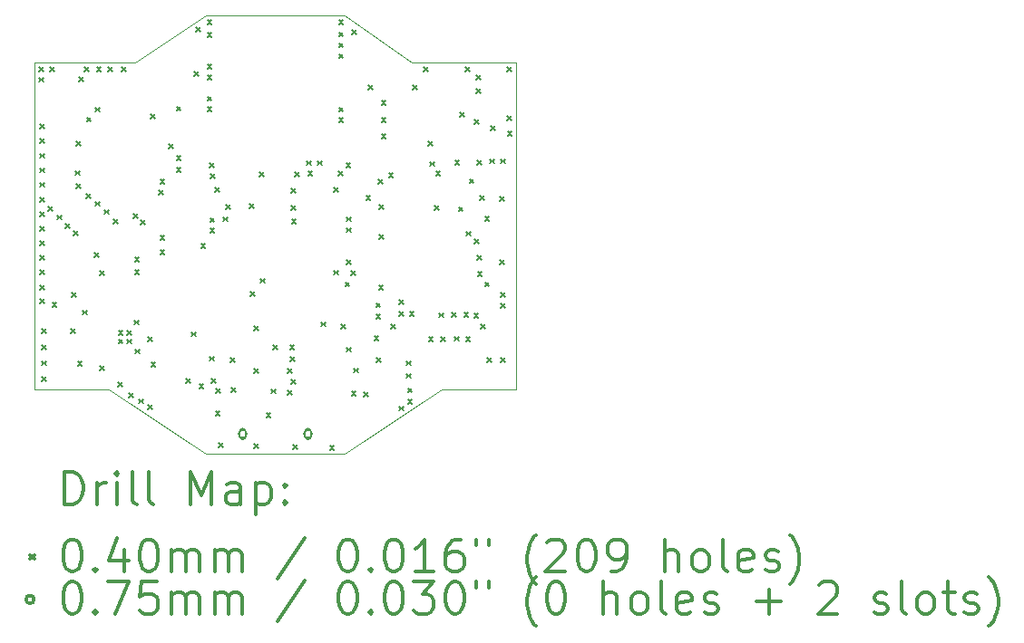
<source format=gbr>
%FSLAX45Y45*%
G04 Gerber Fmt 4.5, Leading zero omitted, Abs format (unit mm)*
G04 Created by KiCad*
%MOMM*%
%LPD*%
G04 APERTURE LIST*
%TA.AperFunction,Profile*%
%ADD10C,0.050000*%
%TD*%
%ADD11C,0.200000*%
%ADD12C,0.300000*%
G04 APERTURE END LIST*
D10*
X15350000Y-13050000D02*
X14450000Y-12450000D01*
X17550000Y-12450000D02*
X16650000Y-13050000D01*
X16650000Y-8950000D02*
X17270000Y-9390000D01*
X15350000Y-8950000D02*
X14690000Y-9390000D01*
X16000000Y-8950000D02*
X15350000Y-8950000D01*
X16000000Y-13050000D02*
X15350000Y-13050000D01*
X16650000Y-13050000D02*
X16000000Y-13050000D01*
X16000000Y-8950000D02*
X16650000Y-8950000D01*
X18250000Y-12450000D02*
X17550000Y-12450000D01*
X18250000Y-9390000D02*
X17270000Y-9390000D01*
X13750000Y-9390000D02*
X14690000Y-9390000D01*
X13750000Y-12450000D02*
X14450000Y-12450000D01*
X13750000Y-11000000D02*
X13750000Y-12450000D01*
X13750000Y-11000000D02*
X13750000Y-9390000D01*
X18250000Y-11000000D02*
X18250000Y-12450000D01*
X18250000Y-11000000D02*
X18250000Y-9390000D01*
D11*
X13792500Y-9432500D02*
X13832500Y-9472500D01*
X13832500Y-9432500D02*
X13792500Y-9472500D01*
X13797600Y-9530400D02*
X13837600Y-9570400D01*
X13837600Y-9530400D02*
X13797600Y-9570400D01*
X13801410Y-11470960D02*
X13841410Y-11510960D01*
X13841410Y-11470960D02*
X13801410Y-11510960D01*
X13802680Y-9968550D02*
X13842680Y-10008550D01*
X13842680Y-9968550D02*
X13802680Y-10008550D01*
X13802680Y-10104786D02*
X13842680Y-10144786D01*
X13842680Y-10104786D02*
X13802680Y-10144786D01*
X13802680Y-10241023D02*
X13842680Y-10281023D01*
X13842680Y-10241023D02*
X13802680Y-10281023D01*
X13802680Y-10377259D02*
X13842680Y-10417259D01*
X13842680Y-10377259D02*
X13802680Y-10417259D01*
X13802680Y-10513495D02*
X13842680Y-10553495D01*
X13842680Y-10513495D02*
X13802680Y-10553495D01*
X13802680Y-10649732D02*
X13842680Y-10689732D01*
X13842680Y-10649732D02*
X13802680Y-10689732D01*
X13802680Y-10785968D02*
X13842680Y-10825968D01*
X13842680Y-10785968D02*
X13802680Y-10825968D01*
X13802680Y-10922204D02*
X13842680Y-10962204D01*
X13842680Y-10922204D02*
X13802680Y-10962204D01*
X13802680Y-11058440D02*
X13842680Y-11098440D01*
X13842680Y-11058440D02*
X13802680Y-11098440D01*
X13802680Y-11194677D02*
X13842680Y-11234677D01*
X13842680Y-11194677D02*
X13802680Y-11234677D01*
X13802680Y-11330913D02*
X13842680Y-11370913D01*
X13842680Y-11330913D02*
X13802680Y-11370913D01*
X13802680Y-11600500D02*
X13842680Y-11640500D01*
X13842680Y-11600500D02*
X13802680Y-11640500D01*
X13817920Y-11879900D02*
X13857920Y-11919900D01*
X13857920Y-11879900D02*
X13817920Y-11919900D01*
X13817920Y-12032300D02*
X13857920Y-12072300D01*
X13857920Y-12032300D02*
X13817920Y-12072300D01*
X13817920Y-12179620D02*
X13857920Y-12219620D01*
X13857920Y-12179620D02*
X13817920Y-12219620D01*
X13817920Y-12329480D02*
X13857920Y-12369480D01*
X13857920Y-12329480D02*
X13817920Y-12369480D01*
X13878880Y-10735630D02*
X13918880Y-10775630D01*
X13918880Y-10735630D02*
X13878880Y-10775630D01*
X13894120Y-9433880D02*
X13934120Y-9473880D01*
X13934120Y-9433880D02*
X13894120Y-9473880D01*
X13917946Y-11631505D02*
X13957946Y-11671505D01*
X13957946Y-11631505D02*
X13917946Y-11671505D01*
X13961430Y-10818180D02*
X14001430Y-10858180D01*
X14001430Y-10818180D02*
X13961430Y-10858180D01*
X14042710Y-10895650D02*
X14082710Y-10935650D01*
X14082710Y-10895650D02*
X14042710Y-10935650D01*
X14092114Y-11879774D02*
X14132114Y-11919774D01*
X14132114Y-11879774D02*
X14092114Y-11919774D01*
X14102400Y-11539540D02*
X14142400Y-11579540D01*
X14142400Y-11539540D02*
X14102400Y-11579540D01*
X14118910Y-10966770D02*
X14158910Y-11006770D01*
X14158910Y-10966770D02*
X14118910Y-11006770D01*
X14135420Y-10401620D02*
X14175420Y-10441620D01*
X14175420Y-10401620D02*
X14135420Y-10441620D01*
X14141770Y-10124760D02*
X14181770Y-10164760D01*
X14181770Y-10124760D02*
X14141770Y-10164760D01*
X14144310Y-10522270D02*
X14184310Y-10562270D01*
X14184310Y-10522270D02*
X14144310Y-10562270D01*
X14155740Y-12184700D02*
X14195740Y-12224700D01*
X14195740Y-12184700D02*
X14155740Y-12224700D01*
X14165900Y-9525320D02*
X14205900Y-9565320D01*
X14205900Y-9525320D02*
X14165900Y-9565320D01*
X14198920Y-11707180D02*
X14238920Y-11747180D01*
X14238920Y-11707180D02*
X14198920Y-11747180D01*
X14217970Y-9430070D02*
X14257970Y-9470070D01*
X14257970Y-9430070D02*
X14217970Y-9470070D01*
X14235750Y-10616250D02*
X14275750Y-10656250D01*
X14275750Y-10616250D02*
X14235750Y-10656250D01*
X14239560Y-9903780D02*
X14279560Y-9943780D01*
X14279560Y-9903780D02*
X14239560Y-9943780D01*
X14309410Y-11166160D02*
X14349410Y-11206160D01*
X14349410Y-11166160D02*
X14309410Y-11206160D01*
X14318300Y-10689910D02*
X14358300Y-10729910D01*
X14358300Y-10689910D02*
X14318300Y-10729910D01*
X14320840Y-9809800D02*
X14360840Y-9849800D01*
X14360840Y-9809800D02*
X14320840Y-9849800D01*
X14332270Y-9430070D02*
X14372270Y-9470070D01*
X14372270Y-9430070D02*
X14332270Y-9470070D01*
X14361480Y-11335070D02*
X14401480Y-11375070D01*
X14401480Y-11335070D02*
X14361480Y-11375070D01*
X14364020Y-12227880D02*
X14404020Y-12267880D01*
X14404020Y-12227880D02*
X14364020Y-12267880D01*
X14407200Y-10767380D02*
X14447200Y-10807380D01*
X14447200Y-10767380D02*
X14407200Y-10807380D01*
X14437680Y-9430070D02*
X14477680Y-9470070D01*
X14477680Y-9430070D02*
X14437680Y-9470070D01*
X14487210Y-10855010D02*
X14527210Y-10895010D01*
X14527210Y-10855010D02*
X14487210Y-10895010D01*
X14534200Y-12377740D02*
X14574200Y-12417740D01*
X14574200Y-12377740D02*
X14534200Y-12417740D01*
X14536740Y-11895140D02*
X14576740Y-11935140D01*
X14576740Y-11895140D02*
X14536740Y-11935140D01*
X14536740Y-11976420D02*
X14576740Y-12016420D01*
X14576740Y-11976420D02*
X14536740Y-12016420D01*
X14563410Y-9430070D02*
X14603410Y-9470070D01*
X14603410Y-9430070D02*
X14563410Y-9470070D01*
X14618020Y-11895140D02*
X14658020Y-11935140D01*
X14658020Y-11895140D02*
X14618020Y-11935140D01*
X14618020Y-11976420D02*
X14658020Y-12016420D01*
X14658020Y-11976420D02*
X14618020Y-12016420D01*
X14635800Y-12481880D02*
X14675800Y-12521880D01*
X14675800Y-12481880D02*
X14635800Y-12521880D01*
X14673900Y-10805480D02*
X14713900Y-10845480D01*
X14713900Y-10805480D02*
X14673900Y-10845480D01*
X14684060Y-11798620D02*
X14724060Y-11838620D01*
X14724060Y-11798620D02*
X14684060Y-11838620D01*
X14687870Y-11327450D02*
X14727870Y-11367450D01*
X14727870Y-11327450D02*
X14687870Y-11367450D01*
X14689140Y-11211880D02*
X14729140Y-11251880D01*
X14729140Y-11211880D02*
X14689140Y-11251880D01*
X14690857Y-12069577D02*
X14730857Y-12109577D01*
X14730857Y-12069577D02*
X14690857Y-12109577D01*
X14723430Y-12536490D02*
X14763430Y-12576490D01*
X14763430Y-12536490D02*
X14723430Y-12576490D01*
X14745020Y-10863900D02*
X14785020Y-10903900D01*
X14785020Y-10863900D02*
X14745020Y-10903900D01*
X14811060Y-11958640D02*
X14851060Y-11998640D01*
X14851060Y-11958640D02*
X14811060Y-11998640D01*
X14813600Y-12593640D02*
X14853600Y-12633640D01*
X14853600Y-12593640D02*
X14813600Y-12633640D01*
X14835190Y-9873300D02*
X14875190Y-9913300D01*
X14875190Y-9873300D02*
X14835190Y-9913300D01*
X14841540Y-12194860D02*
X14881540Y-12234860D01*
X14881540Y-12194860D02*
X14841540Y-12234860D01*
X14915200Y-10587040D02*
X14955200Y-10627040D01*
X14955200Y-10587040D02*
X14915200Y-10627040D01*
X14925360Y-10480360D02*
X14965360Y-10520360D01*
X14965360Y-10480360D02*
X14925360Y-10520360D01*
X14925360Y-11006140D02*
X14965360Y-11046140D01*
X14965360Y-11006140D02*
X14925360Y-11046140D01*
X14925360Y-11145840D02*
X14965360Y-11185840D01*
X14965360Y-11145840D02*
X14925360Y-11185840D01*
X15005370Y-10151430D02*
X15045370Y-10191430D01*
X15045370Y-10151430D02*
X15005370Y-10191430D01*
X15077760Y-9802180D02*
X15117760Y-9842180D01*
X15117760Y-9802180D02*
X15077760Y-9842180D01*
X15077760Y-10264460D02*
X15117760Y-10304460D01*
X15117760Y-10264460D02*
X15077760Y-10304460D01*
X15077760Y-10369870D02*
X15117760Y-10409870D01*
X15117760Y-10369870D02*
X15077760Y-10409870D01*
X15166660Y-12344720D02*
X15206660Y-12384720D01*
X15206660Y-12344720D02*
X15166660Y-12384720D01*
X15214920Y-11910380D02*
X15254920Y-11950380D01*
X15254920Y-11910380D02*
X15214920Y-11950380D01*
X15240320Y-9474520D02*
X15280320Y-9514520D01*
X15280320Y-9474520D02*
X15240320Y-9514520D01*
X15259370Y-9059230D02*
X15299370Y-9099230D01*
X15299370Y-9059230D02*
X15259370Y-9099230D01*
X15288580Y-12398060D02*
X15328580Y-12438060D01*
X15328580Y-12398060D02*
X15288580Y-12438060D01*
X15306360Y-11082340D02*
X15346360Y-11122340D01*
X15346360Y-11082340D02*
X15306360Y-11122340D01*
X15364780Y-8992500D02*
X15404780Y-9032500D01*
X15404780Y-8992500D02*
X15364780Y-9032500D01*
X15364780Y-9108760D02*
X15404780Y-9148760D01*
X15404780Y-9108760D02*
X15364780Y-9148760D01*
X15364780Y-9405940D02*
X15404780Y-9445940D01*
X15404780Y-9405940D02*
X15364780Y-9445940D01*
X15364780Y-9510080D02*
X15404780Y-9550080D01*
X15404780Y-9510080D02*
X15364780Y-9550080D01*
X15364780Y-9708200D02*
X15404780Y-9748200D01*
X15404780Y-9708200D02*
X15364780Y-9748200D01*
X15364780Y-9804720D02*
X15404780Y-9844720D01*
X15404780Y-9804720D02*
X15364780Y-9844720D01*
X15386370Y-12137710D02*
X15426370Y-12177710D01*
X15426370Y-12137710D02*
X15386370Y-12177710D01*
X15387640Y-10327960D02*
X15427640Y-10367960D01*
X15427640Y-10327960D02*
X15387640Y-10367960D01*
X15389940Y-10942309D02*
X15429940Y-10982309D01*
X15429940Y-10942309D02*
X15389940Y-10982309D01*
X15390211Y-10842309D02*
X15430211Y-10882309D01*
X15430211Y-10842309D02*
X15390211Y-10882309D01*
X15392720Y-10429560D02*
X15432720Y-10469560D01*
X15432720Y-10429560D02*
X15392720Y-10469560D01*
X15401610Y-12345990D02*
X15441610Y-12385990D01*
X15441610Y-12345990D02*
X15401610Y-12385990D01*
X15435900Y-10556500D02*
X15475900Y-10596500D01*
X15475900Y-10556500D02*
X15435900Y-10596500D01*
X15440980Y-12649520D02*
X15480980Y-12689520D01*
X15480980Y-12649520D02*
X15440980Y-12689520D01*
X15443520Y-12441240D02*
X15483520Y-12481240D01*
X15483520Y-12441240D02*
X15443520Y-12481240D01*
X15474000Y-12949240D02*
X15514000Y-12989240D01*
X15514000Y-12949240D02*
X15474000Y-12989240D01*
X15513614Y-10834446D02*
X15553614Y-10874446D01*
X15553614Y-10834446D02*
X15513614Y-10874446D01*
X15538760Y-10719120D02*
X15578760Y-10759120D01*
X15578760Y-10719120D02*
X15538760Y-10759120D01*
X15579900Y-12153200D02*
X15619900Y-12193200D01*
X15619900Y-12153200D02*
X15579900Y-12193200D01*
X15588300Y-12428540D02*
X15628300Y-12468540D01*
X15628300Y-12428540D02*
X15588300Y-12468540D01*
X15761020Y-10714040D02*
X15801020Y-10754040D01*
X15801020Y-10714040D02*
X15761020Y-10754040D01*
X15768640Y-11531920D02*
X15808640Y-11571920D01*
X15808640Y-11531920D02*
X15768640Y-11571920D01*
X15799120Y-11854500D02*
X15839120Y-11894500D01*
X15839120Y-11854500D02*
X15799120Y-11894500D01*
X15799120Y-12250700D02*
X15839120Y-12290700D01*
X15839120Y-12250700D02*
X15799120Y-12290700D01*
X15799120Y-12956860D02*
X15839120Y-12996860D01*
X15839120Y-12956860D02*
X15799120Y-12996860D01*
X15851190Y-10415000D02*
X15891190Y-10455000D01*
X15891190Y-10415000D02*
X15851190Y-10455000D01*
X15860080Y-11410000D02*
X15900080Y-11450000D01*
X15900080Y-11410000D02*
X15860080Y-11450000D01*
X15915000Y-12669686D02*
X15955000Y-12709686D01*
X15955000Y-12669686D02*
X15915000Y-12709686D01*
X15963837Y-12442384D02*
X16003837Y-12482384D01*
X16003837Y-12442384D02*
X15963837Y-12482384D01*
X15976920Y-12029760D02*
X16016920Y-12069760D01*
X16016920Y-12029760D02*
X15976920Y-12069760D01*
X16111850Y-12251999D02*
X16151850Y-12291999D01*
X16151850Y-12251999D02*
X16111850Y-12291999D01*
X16112321Y-12458111D02*
X16152321Y-12498111D01*
X16152321Y-12458111D02*
X16112321Y-12498111D01*
X16136940Y-12032300D02*
X16176940Y-12072300D01*
X16176940Y-12032300D02*
X16136940Y-12072300D01*
X16138210Y-12141520D02*
X16178210Y-12181520D01*
X16178210Y-12141520D02*
X16138210Y-12181520D01*
X16145830Y-10569260D02*
X16185830Y-10609260D01*
X16185830Y-10569260D02*
X16145830Y-10609260D01*
X16149640Y-10726740D02*
X16189640Y-10766740D01*
X16189640Y-10726740D02*
X16149640Y-10766740D01*
X16150910Y-12354880D02*
X16190910Y-12394880D01*
X16190910Y-12354880D02*
X16150910Y-12394880D01*
X16153450Y-10855020D02*
X16193450Y-10895020D01*
X16193450Y-10855020D02*
X16153450Y-10895020D01*
X16167420Y-12961940D02*
X16207420Y-13001940D01*
X16207420Y-12961940D02*
X16167420Y-13001940D01*
X16182660Y-10416860D02*
X16222660Y-10456860D01*
X16222660Y-10416860D02*
X16182660Y-10456860D01*
X16294420Y-10310180D02*
X16334420Y-10350180D01*
X16334420Y-10310180D02*
X16294420Y-10350180D01*
X16305850Y-10406700D02*
X16345850Y-10446700D01*
X16345850Y-10406700D02*
X16305850Y-10446700D01*
X16397290Y-10310180D02*
X16437290Y-10350180D01*
X16437290Y-10310180D02*
X16397290Y-10350180D01*
X16429040Y-11816400D02*
X16469040Y-11856400D01*
X16469040Y-11816400D02*
X16429040Y-11856400D01*
X16507780Y-12969560D02*
X16547780Y-13009560D01*
X16547780Y-12969560D02*
X16507780Y-13009560D01*
X16545880Y-11333800D02*
X16585880Y-11373800D01*
X16585880Y-11333800D02*
X16545880Y-11373800D01*
X16548420Y-10561640D02*
X16588420Y-10601640D01*
X16588420Y-10561640D02*
X16548420Y-10601640D01*
X16589060Y-10409240D02*
X16629060Y-10449240D01*
X16629060Y-10409240D02*
X16589060Y-10449240D01*
X16594140Y-8992500D02*
X16634140Y-9032500D01*
X16634140Y-8992500D02*
X16594140Y-9032500D01*
X16594140Y-9106220D02*
X16634140Y-9146220D01*
X16634140Y-9106220D02*
X16594140Y-9146220D01*
X16594140Y-9207820D02*
X16634140Y-9247820D01*
X16634140Y-9207820D02*
X16594140Y-9247820D01*
X16594140Y-9309420D02*
X16634140Y-9349420D01*
X16634140Y-9309420D02*
X16594140Y-9349420D01*
X16594140Y-9809800D02*
X16634140Y-9849800D01*
X16634140Y-9809800D02*
X16594140Y-9849800D01*
X16594140Y-9906320D02*
X16634140Y-9946320D01*
X16634140Y-9906320D02*
X16594140Y-9946320D01*
X16614460Y-11839260D02*
X16654460Y-11879260D01*
X16654460Y-11839260D02*
X16614460Y-11879260D01*
X16652560Y-11443020D02*
X16692560Y-11483020D01*
X16692560Y-11443020D02*
X16652560Y-11483020D01*
X16660180Y-10331770D02*
X16700180Y-10371770D01*
X16700180Y-10331770D02*
X16660180Y-10371770D01*
X16662720Y-10833420D02*
X16702720Y-10873420D01*
X16702720Y-10833420D02*
X16662720Y-10873420D01*
X16662720Y-10935020D02*
X16702720Y-10975020D01*
X16702720Y-10935020D02*
X16662720Y-10975020D01*
X16665260Y-11237280D02*
X16705260Y-11277280D01*
X16705260Y-11237280D02*
X16665260Y-11277280D01*
X16665260Y-12052620D02*
X16705260Y-12092620D01*
X16705260Y-12052620D02*
X16665260Y-12092620D01*
X16708920Y-11338400D02*
X16748920Y-11378400D01*
X16748920Y-11338400D02*
X16708920Y-11378400D01*
X16710980Y-12461560D02*
X16750980Y-12501560D01*
X16750980Y-12461560D02*
X16710980Y-12501560D01*
X16718600Y-9087170D02*
X16758600Y-9127170D01*
X16758600Y-9087170D02*
X16718600Y-9127170D01*
X16731300Y-12248200D02*
X16771300Y-12288200D01*
X16771300Y-12248200D02*
X16731300Y-12288200D01*
X16825280Y-12474260D02*
X16865280Y-12514260D01*
X16865280Y-12474260D02*
X16825280Y-12514260D01*
X16848140Y-10632760D02*
X16888140Y-10672760D01*
X16888140Y-10632760D02*
X16848140Y-10672760D01*
X16868460Y-9601520D02*
X16908460Y-9641520D01*
X16908460Y-9601520D02*
X16868460Y-9641520D01*
X16924340Y-11948480D02*
X16964340Y-11988480D01*
X16964340Y-11948480D02*
X16924340Y-11988480D01*
X16939580Y-11638600D02*
X16979580Y-11678600D01*
X16979580Y-11638600D02*
X16939580Y-11678600D01*
X16939580Y-11742740D02*
X16979580Y-11782740D01*
X16979580Y-11742740D02*
X16939580Y-11782740D01*
X16942120Y-12149140D02*
X16982120Y-12189140D01*
X16982120Y-12149140D02*
X16942120Y-12189140D01*
X16962440Y-10485440D02*
X17002440Y-10525440D01*
X17002440Y-10485440D02*
X16962440Y-10525440D01*
X16966250Y-11473500D02*
X17006250Y-11513500D01*
X17006250Y-11473500D02*
X16966250Y-11513500D01*
X16967520Y-10998520D02*
X17007520Y-11038520D01*
X17007520Y-10998520D02*
X16967520Y-11038520D01*
X16969262Y-10722458D02*
X17009262Y-10762458D01*
X17009262Y-10722458D02*
X16969262Y-10762458D01*
X16990380Y-10058720D02*
X17030380Y-10098720D01*
X17030380Y-10058720D02*
X16990380Y-10098720D01*
X16991650Y-9747570D02*
X17031650Y-9787570D01*
X17031650Y-9747570D02*
X16991650Y-9787570D01*
X16991650Y-9910130D02*
X17031650Y-9950130D01*
X17031650Y-9910130D02*
X16991650Y-9950130D01*
X17058960Y-10421940D02*
X17098960Y-10461940D01*
X17098960Y-10421940D02*
X17058960Y-10461940D01*
X17081820Y-11839260D02*
X17121820Y-11879260D01*
X17121820Y-11839260D02*
X17081820Y-11879260D01*
X17155480Y-11608120D02*
X17195480Y-11648120D01*
X17195480Y-11608120D02*
X17155480Y-11648120D01*
X17155480Y-11719880D02*
X17195480Y-11759880D01*
X17195480Y-11719880D02*
X17155480Y-11759880D01*
X17155480Y-12603800D02*
X17195480Y-12643800D01*
X17195480Y-12603800D02*
X17155480Y-12643800D01*
X17226600Y-12180890D02*
X17266600Y-12220890D01*
X17266600Y-12180890D02*
X17226600Y-12220890D01*
X17226600Y-12299000D02*
X17266600Y-12339000D01*
X17266600Y-12299000D02*
X17226600Y-12339000D01*
X17236760Y-12433620D02*
X17276760Y-12473620D01*
X17276760Y-12433620D02*
X17236760Y-12473620D01*
X17236760Y-12540300D02*
X17276760Y-12580300D01*
X17276760Y-12540300D02*
X17236760Y-12580300D01*
X17254540Y-11719880D02*
X17294540Y-11759880D01*
X17294540Y-11719880D02*
X17254540Y-11759880D01*
X17285020Y-9601520D02*
X17325020Y-9641520D01*
X17325020Y-9601520D02*
X17285020Y-9641520D01*
X17385350Y-9432610D02*
X17425350Y-9472610D01*
X17425350Y-9432610D02*
X17385350Y-9472610D01*
X17424779Y-10128121D02*
X17464779Y-10168121D01*
X17464779Y-10128121D02*
X17424779Y-10168121D01*
X17432340Y-11956100D02*
X17472340Y-11996100D01*
X17472340Y-11956100D02*
X17432340Y-11996100D01*
X17442500Y-10317800D02*
X17482500Y-10357800D01*
X17482500Y-10317800D02*
X17442500Y-10357800D01*
X17488220Y-10726200D02*
X17528220Y-10766200D01*
X17528220Y-10726200D02*
X17488220Y-10766200D01*
X17499069Y-10406700D02*
X17539069Y-10446700D01*
X17539069Y-10406700D02*
X17499069Y-10446700D01*
X17528860Y-11732580D02*
X17568860Y-11772580D01*
X17568860Y-11732580D02*
X17528860Y-11772580D01*
X17546640Y-11956100D02*
X17586640Y-11996100D01*
X17586640Y-11956100D02*
X17546640Y-11996100D01*
X17649510Y-11730040D02*
X17689510Y-11770040D01*
X17689510Y-11730040D02*
X17649510Y-11770040D01*
X17669830Y-11952290D02*
X17709830Y-11992290D01*
X17709830Y-11952290D02*
X17669830Y-11992290D01*
X17677450Y-10305100D02*
X17717450Y-10345100D01*
X17717450Y-10305100D02*
X17677450Y-10345100D01*
X17711740Y-10741980D02*
X17751740Y-10781980D01*
X17751740Y-10741980D02*
X17711740Y-10781980D01*
X17725710Y-9858060D02*
X17765710Y-9898060D01*
X17765710Y-9858060D02*
X17725710Y-9898060D01*
X17762540Y-11730040D02*
X17802540Y-11770040D01*
X17802540Y-11730040D02*
X17762540Y-11770040D01*
X17771430Y-9432610D02*
X17811430Y-9472610D01*
X17811430Y-9432610D02*
X17771430Y-9472610D01*
X17777780Y-11958640D02*
X17817780Y-11998640D01*
X17817780Y-11958640D02*
X17777780Y-11998640D01*
X17782860Y-10970881D02*
X17822860Y-11010881D01*
X17822860Y-10970881D02*
X17782860Y-11010881D01*
X17813340Y-10477820D02*
X17853340Y-10517820D01*
X17853340Y-10477820D02*
X17813340Y-10517820D01*
X17853980Y-11737660D02*
X17893980Y-11777660D01*
X17893980Y-11737660D02*
X17853980Y-11777660D01*
X17857790Y-11042970D02*
X17897790Y-11082970D01*
X17897790Y-11042970D02*
X17857790Y-11082970D01*
X17861600Y-9926640D02*
X17901600Y-9966640D01*
X17901600Y-9926640D02*
X17861600Y-9966640D01*
X17874300Y-9511350D02*
X17914300Y-9551350D01*
X17914300Y-9511350D02*
X17874300Y-9551350D01*
X17874300Y-9638350D02*
X17914300Y-9678350D01*
X17914300Y-9638350D02*
X17874300Y-9678350D01*
X17883190Y-11192830D02*
X17923190Y-11232830D01*
X17923190Y-11192830D02*
X17883190Y-11232830D01*
X17886030Y-10303530D02*
X17926030Y-10343530D01*
X17926030Y-10303530D02*
X17886030Y-10343530D01*
X17888280Y-11343960D02*
X17928280Y-11383960D01*
X17928280Y-11343960D02*
X17888280Y-11383960D01*
X17909860Y-10636570D02*
X17949860Y-10676570D01*
X17949860Y-10636570D02*
X17909860Y-10676570D01*
X17918056Y-11839414D02*
X17958056Y-11879414D01*
X17958056Y-11839414D02*
X17918056Y-11879414D01*
X17955580Y-10830880D02*
X17995580Y-10870880D01*
X17995580Y-10830880D02*
X17955580Y-10870880D01*
X17956723Y-11443210D02*
X17996723Y-11483210D01*
X17996723Y-11443210D02*
X17956723Y-11483210D01*
X17975900Y-12151680D02*
X18015900Y-12191680D01*
X18015900Y-12151680D02*
X17975900Y-12191680D01*
X18001873Y-10291764D02*
X18041873Y-10331764D01*
X18041873Y-10291764D02*
X18001873Y-10331764D01*
X18014000Y-9981250D02*
X18054000Y-10021250D01*
X18054000Y-9981250D02*
X18014000Y-10021250D01*
X18095280Y-10645460D02*
X18135280Y-10685460D01*
X18135280Y-10645460D02*
X18095280Y-10685460D01*
X18097820Y-11234740D02*
X18137820Y-11274740D01*
X18137820Y-11234740D02*
X18097820Y-11274740D01*
X18101600Y-11541600D02*
X18141600Y-11581600D01*
X18141600Y-11541600D02*
X18101600Y-11581600D01*
X18101600Y-11643200D02*
X18141600Y-11683200D01*
X18141600Y-11643200D02*
X18101600Y-11683200D01*
X18101600Y-12151200D02*
X18141600Y-12191200D01*
X18141600Y-12151200D02*
X18101600Y-12191200D01*
X18101872Y-10292236D02*
X18141872Y-10332236D01*
X18141872Y-10292236D02*
X18101872Y-10332236D01*
X18166400Y-9433880D02*
X18206400Y-9473880D01*
X18206400Y-9433880D02*
X18166400Y-9473880D01*
X18166400Y-9891080D02*
X18206400Y-9931080D01*
X18206400Y-9891080D02*
X18166400Y-9931080D01*
X18167500Y-10035860D02*
X18207500Y-10075860D01*
X18207500Y-10035860D02*
X18167500Y-10075860D01*
X15732700Y-12862700D02*
G75*
G03X15732700Y-12862700I-37500J0D01*
G01*
X15667700Y-12840200D02*
X15667700Y-12885200D01*
X15722700Y-12840200D02*
X15722700Y-12885200D01*
X15667700Y-12885200D02*
G75*
G03X15722700Y-12885200I27500J0D01*
G01*
X15722700Y-12840200D02*
G75*
G03X15667700Y-12840200I-27500J0D01*
G01*
X16342300Y-12862700D02*
G75*
G03X16342300Y-12862700I-37500J0D01*
G01*
X16277300Y-12840200D02*
X16277300Y-12885200D01*
X16332300Y-12840200D02*
X16332300Y-12885200D01*
X16277300Y-12885200D02*
G75*
G03X16332300Y-12885200I27500J0D01*
G01*
X16332300Y-12840200D02*
G75*
G03X16277300Y-12840200I-27500J0D01*
G01*
D12*
X14033928Y-13518214D02*
X14033928Y-13218214D01*
X14105357Y-13218214D01*
X14148214Y-13232500D01*
X14176786Y-13261071D01*
X14191071Y-13289643D01*
X14205357Y-13346786D01*
X14205357Y-13389643D01*
X14191071Y-13446786D01*
X14176786Y-13475357D01*
X14148214Y-13503929D01*
X14105357Y-13518214D01*
X14033928Y-13518214D01*
X14333928Y-13518214D02*
X14333928Y-13318214D01*
X14333928Y-13375357D02*
X14348214Y-13346786D01*
X14362500Y-13332500D01*
X14391071Y-13318214D01*
X14419643Y-13318214D01*
X14519643Y-13518214D02*
X14519643Y-13318214D01*
X14519643Y-13218214D02*
X14505357Y-13232500D01*
X14519643Y-13246786D01*
X14533928Y-13232500D01*
X14519643Y-13218214D01*
X14519643Y-13246786D01*
X14705357Y-13518214D02*
X14676786Y-13503929D01*
X14662500Y-13475357D01*
X14662500Y-13218214D01*
X14862500Y-13518214D02*
X14833928Y-13503929D01*
X14819643Y-13475357D01*
X14819643Y-13218214D01*
X15205357Y-13518214D02*
X15205357Y-13218214D01*
X15305357Y-13432500D01*
X15405357Y-13218214D01*
X15405357Y-13518214D01*
X15676786Y-13518214D02*
X15676786Y-13361071D01*
X15662500Y-13332500D01*
X15633928Y-13318214D01*
X15576786Y-13318214D01*
X15548214Y-13332500D01*
X15676786Y-13503929D02*
X15648214Y-13518214D01*
X15576786Y-13518214D01*
X15548214Y-13503929D01*
X15533928Y-13475357D01*
X15533928Y-13446786D01*
X15548214Y-13418214D01*
X15576786Y-13403929D01*
X15648214Y-13403929D01*
X15676786Y-13389643D01*
X15819643Y-13318214D02*
X15819643Y-13618214D01*
X15819643Y-13332500D02*
X15848214Y-13318214D01*
X15905357Y-13318214D01*
X15933928Y-13332500D01*
X15948214Y-13346786D01*
X15962500Y-13375357D01*
X15962500Y-13461071D01*
X15948214Y-13489643D01*
X15933928Y-13503929D01*
X15905357Y-13518214D01*
X15848214Y-13518214D01*
X15819643Y-13503929D01*
X16091071Y-13489643D02*
X16105357Y-13503929D01*
X16091071Y-13518214D01*
X16076786Y-13503929D01*
X16091071Y-13489643D01*
X16091071Y-13518214D01*
X16091071Y-13332500D02*
X16105357Y-13346786D01*
X16091071Y-13361071D01*
X16076786Y-13346786D01*
X16091071Y-13332500D01*
X16091071Y-13361071D01*
X13707500Y-13992500D02*
X13747500Y-14032500D01*
X13747500Y-13992500D02*
X13707500Y-14032500D01*
X14091071Y-13848214D02*
X14119643Y-13848214D01*
X14148214Y-13862500D01*
X14162500Y-13876786D01*
X14176786Y-13905357D01*
X14191071Y-13962500D01*
X14191071Y-14033929D01*
X14176786Y-14091071D01*
X14162500Y-14119643D01*
X14148214Y-14133929D01*
X14119643Y-14148214D01*
X14091071Y-14148214D01*
X14062500Y-14133929D01*
X14048214Y-14119643D01*
X14033928Y-14091071D01*
X14019643Y-14033929D01*
X14019643Y-13962500D01*
X14033928Y-13905357D01*
X14048214Y-13876786D01*
X14062500Y-13862500D01*
X14091071Y-13848214D01*
X14319643Y-14119643D02*
X14333928Y-14133929D01*
X14319643Y-14148214D01*
X14305357Y-14133929D01*
X14319643Y-14119643D01*
X14319643Y-14148214D01*
X14591071Y-13948214D02*
X14591071Y-14148214D01*
X14519643Y-13833929D02*
X14448214Y-14048214D01*
X14633928Y-14048214D01*
X14805357Y-13848214D02*
X14833928Y-13848214D01*
X14862500Y-13862500D01*
X14876786Y-13876786D01*
X14891071Y-13905357D01*
X14905357Y-13962500D01*
X14905357Y-14033929D01*
X14891071Y-14091071D01*
X14876786Y-14119643D01*
X14862500Y-14133929D01*
X14833928Y-14148214D01*
X14805357Y-14148214D01*
X14776786Y-14133929D01*
X14762500Y-14119643D01*
X14748214Y-14091071D01*
X14733928Y-14033929D01*
X14733928Y-13962500D01*
X14748214Y-13905357D01*
X14762500Y-13876786D01*
X14776786Y-13862500D01*
X14805357Y-13848214D01*
X15033928Y-14148214D02*
X15033928Y-13948214D01*
X15033928Y-13976786D02*
X15048214Y-13962500D01*
X15076786Y-13948214D01*
X15119643Y-13948214D01*
X15148214Y-13962500D01*
X15162500Y-13991071D01*
X15162500Y-14148214D01*
X15162500Y-13991071D02*
X15176786Y-13962500D01*
X15205357Y-13948214D01*
X15248214Y-13948214D01*
X15276786Y-13962500D01*
X15291071Y-13991071D01*
X15291071Y-14148214D01*
X15433928Y-14148214D02*
X15433928Y-13948214D01*
X15433928Y-13976786D02*
X15448214Y-13962500D01*
X15476786Y-13948214D01*
X15519643Y-13948214D01*
X15548214Y-13962500D01*
X15562500Y-13991071D01*
X15562500Y-14148214D01*
X15562500Y-13991071D02*
X15576786Y-13962500D01*
X15605357Y-13948214D01*
X15648214Y-13948214D01*
X15676786Y-13962500D01*
X15691071Y-13991071D01*
X15691071Y-14148214D01*
X16276786Y-13833929D02*
X16019643Y-14219643D01*
X16662500Y-13848214D02*
X16691071Y-13848214D01*
X16719643Y-13862500D01*
X16733928Y-13876786D01*
X16748214Y-13905357D01*
X16762500Y-13962500D01*
X16762500Y-14033929D01*
X16748214Y-14091071D01*
X16733928Y-14119643D01*
X16719643Y-14133929D01*
X16691071Y-14148214D01*
X16662500Y-14148214D01*
X16633928Y-14133929D01*
X16619643Y-14119643D01*
X16605357Y-14091071D01*
X16591071Y-14033929D01*
X16591071Y-13962500D01*
X16605357Y-13905357D01*
X16619643Y-13876786D01*
X16633928Y-13862500D01*
X16662500Y-13848214D01*
X16891071Y-14119643D02*
X16905357Y-14133929D01*
X16891071Y-14148214D01*
X16876786Y-14133929D01*
X16891071Y-14119643D01*
X16891071Y-14148214D01*
X17091071Y-13848214D02*
X17119643Y-13848214D01*
X17148214Y-13862500D01*
X17162500Y-13876786D01*
X17176786Y-13905357D01*
X17191071Y-13962500D01*
X17191071Y-14033929D01*
X17176786Y-14091071D01*
X17162500Y-14119643D01*
X17148214Y-14133929D01*
X17119643Y-14148214D01*
X17091071Y-14148214D01*
X17062500Y-14133929D01*
X17048214Y-14119643D01*
X17033928Y-14091071D01*
X17019643Y-14033929D01*
X17019643Y-13962500D01*
X17033928Y-13905357D01*
X17048214Y-13876786D01*
X17062500Y-13862500D01*
X17091071Y-13848214D01*
X17476786Y-14148214D02*
X17305357Y-14148214D01*
X17391071Y-14148214D02*
X17391071Y-13848214D01*
X17362500Y-13891071D01*
X17333928Y-13919643D01*
X17305357Y-13933929D01*
X17733928Y-13848214D02*
X17676786Y-13848214D01*
X17648214Y-13862500D01*
X17633928Y-13876786D01*
X17605357Y-13919643D01*
X17591071Y-13976786D01*
X17591071Y-14091071D01*
X17605357Y-14119643D01*
X17619643Y-14133929D01*
X17648214Y-14148214D01*
X17705357Y-14148214D01*
X17733928Y-14133929D01*
X17748214Y-14119643D01*
X17762500Y-14091071D01*
X17762500Y-14019643D01*
X17748214Y-13991071D01*
X17733928Y-13976786D01*
X17705357Y-13962500D01*
X17648214Y-13962500D01*
X17619643Y-13976786D01*
X17605357Y-13991071D01*
X17591071Y-14019643D01*
X17876786Y-13848214D02*
X17876786Y-13905357D01*
X17991071Y-13848214D02*
X17991071Y-13905357D01*
X18433928Y-14262500D02*
X18419643Y-14248214D01*
X18391071Y-14205357D01*
X18376786Y-14176786D01*
X18362500Y-14133929D01*
X18348214Y-14062500D01*
X18348214Y-14005357D01*
X18362500Y-13933929D01*
X18376786Y-13891071D01*
X18391071Y-13862500D01*
X18419643Y-13819643D01*
X18433928Y-13805357D01*
X18533928Y-13876786D02*
X18548214Y-13862500D01*
X18576786Y-13848214D01*
X18648214Y-13848214D01*
X18676786Y-13862500D01*
X18691071Y-13876786D01*
X18705357Y-13905357D01*
X18705357Y-13933929D01*
X18691071Y-13976786D01*
X18519643Y-14148214D01*
X18705357Y-14148214D01*
X18891071Y-13848214D02*
X18919643Y-13848214D01*
X18948214Y-13862500D01*
X18962500Y-13876786D01*
X18976786Y-13905357D01*
X18991071Y-13962500D01*
X18991071Y-14033929D01*
X18976786Y-14091071D01*
X18962500Y-14119643D01*
X18948214Y-14133929D01*
X18919643Y-14148214D01*
X18891071Y-14148214D01*
X18862500Y-14133929D01*
X18848214Y-14119643D01*
X18833928Y-14091071D01*
X18819643Y-14033929D01*
X18819643Y-13962500D01*
X18833928Y-13905357D01*
X18848214Y-13876786D01*
X18862500Y-13862500D01*
X18891071Y-13848214D01*
X19133928Y-14148214D02*
X19191071Y-14148214D01*
X19219643Y-14133929D01*
X19233928Y-14119643D01*
X19262500Y-14076786D01*
X19276786Y-14019643D01*
X19276786Y-13905357D01*
X19262500Y-13876786D01*
X19248214Y-13862500D01*
X19219643Y-13848214D01*
X19162500Y-13848214D01*
X19133928Y-13862500D01*
X19119643Y-13876786D01*
X19105357Y-13905357D01*
X19105357Y-13976786D01*
X19119643Y-14005357D01*
X19133928Y-14019643D01*
X19162500Y-14033929D01*
X19219643Y-14033929D01*
X19248214Y-14019643D01*
X19262500Y-14005357D01*
X19276786Y-13976786D01*
X19633928Y-14148214D02*
X19633928Y-13848214D01*
X19762500Y-14148214D02*
X19762500Y-13991071D01*
X19748214Y-13962500D01*
X19719643Y-13948214D01*
X19676786Y-13948214D01*
X19648214Y-13962500D01*
X19633928Y-13976786D01*
X19948214Y-14148214D02*
X19919643Y-14133929D01*
X19905357Y-14119643D01*
X19891071Y-14091071D01*
X19891071Y-14005357D01*
X19905357Y-13976786D01*
X19919643Y-13962500D01*
X19948214Y-13948214D01*
X19991071Y-13948214D01*
X20019643Y-13962500D01*
X20033928Y-13976786D01*
X20048214Y-14005357D01*
X20048214Y-14091071D01*
X20033928Y-14119643D01*
X20019643Y-14133929D01*
X19991071Y-14148214D01*
X19948214Y-14148214D01*
X20219643Y-14148214D02*
X20191071Y-14133929D01*
X20176786Y-14105357D01*
X20176786Y-13848214D01*
X20448214Y-14133929D02*
X20419643Y-14148214D01*
X20362500Y-14148214D01*
X20333928Y-14133929D01*
X20319643Y-14105357D01*
X20319643Y-13991071D01*
X20333928Y-13962500D01*
X20362500Y-13948214D01*
X20419643Y-13948214D01*
X20448214Y-13962500D01*
X20462500Y-13991071D01*
X20462500Y-14019643D01*
X20319643Y-14048214D01*
X20576786Y-14133929D02*
X20605357Y-14148214D01*
X20662500Y-14148214D01*
X20691071Y-14133929D01*
X20705357Y-14105357D01*
X20705357Y-14091071D01*
X20691071Y-14062500D01*
X20662500Y-14048214D01*
X20619643Y-14048214D01*
X20591071Y-14033929D01*
X20576786Y-14005357D01*
X20576786Y-13991071D01*
X20591071Y-13962500D01*
X20619643Y-13948214D01*
X20662500Y-13948214D01*
X20691071Y-13962500D01*
X20805357Y-14262500D02*
X20819643Y-14248214D01*
X20848214Y-14205357D01*
X20862500Y-14176786D01*
X20876786Y-14133929D01*
X20891071Y-14062500D01*
X20891071Y-14005357D01*
X20876786Y-13933929D01*
X20862500Y-13891071D01*
X20848214Y-13862500D01*
X20819643Y-13819643D01*
X20805357Y-13805357D01*
X13747500Y-14408500D02*
G75*
G03X13747500Y-14408500I-37500J0D01*
G01*
X14091071Y-14244214D02*
X14119643Y-14244214D01*
X14148214Y-14258500D01*
X14162500Y-14272786D01*
X14176786Y-14301357D01*
X14191071Y-14358500D01*
X14191071Y-14429929D01*
X14176786Y-14487071D01*
X14162500Y-14515643D01*
X14148214Y-14529929D01*
X14119643Y-14544214D01*
X14091071Y-14544214D01*
X14062500Y-14529929D01*
X14048214Y-14515643D01*
X14033928Y-14487071D01*
X14019643Y-14429929D01*
X14019643Y-14358500D01*
X14033928Y-14301357D01*
X14048214Y-14272786D01*
X14062500Y-14258500D01*
X14091071Y-14244214D01*
X14319643Y-14515643D02*
X14333928Y-14529929D01*
X14319643Y-14544214D01*
X14305357Y-14529929D01*
X14319643Y-14515643D01*
X14319643Y-14544214D01*
X14433928Y-14244214D02*
X14633928Y-14244214D01*
X14505357Y-14544214D01*
X14891071Y-14244214D02*
X14748214Y-14244214D01*
X14733928Y-14387071D01*
X14748214Y-14372786D01*
X14776786Y-14358500D01*
X14848214Y-14358500D01*
X14876786Y-14372786D01*
X14891071Y-14387071D01*
X14905357Y-14415643D01*
X14905357Y-14487071D01*
X14891071Y-14515643D01*
X14876786Y-14529929D01*
X14848214Y-14544214D01*
X14776786Y-14544214D01*
X14748214Y-14529929D01*
X14733928Y-14515643D01*
X15033928Y-14544214D02*
X15033928Y-14344214D01*
X15033928Y-14372786D02*
X15048214Y-14358500D01*
X15076786Y-14344214D01*
X15119643Y-14344214D01*
X15148214Y-14358500D01*
X15162500Y-14387071D01*
X15162500Y-14544214D01*
X15162500Y-14387071D02*
X15176786Y-14358500D01*
X15205357Y-14344214D01*
X15248214Y-14344214D01*
X15276786Y-14358500D01*
X15291071Y-14387071D01*
X15291071Y-14544214D01*
X15433928Y-14544214D02*
X15433928Y-14344214D01*
X15433928Y-14372786D02*
X15448214Y-14358500D01*
X15476786Y-14344214D01*
X15519643Y-14344214D01*
X15548214Y-14358500D01*
X15562500Y-14387071D01*
X15562500Y-14544214D01*
X15562500Y-14387071D02*
X15576786Y-14358500D01*
X15605357Y-14344214D01*
X15648214Y-14344214D01*
X15676786Y-14358500D01*
X15691071Y-14387071D01*
X15691071Y-14544214D01*
X16276786Y-14229929D02*
X16019643Y-14615643D01*
X16662500Y-14244214D02*
X16691071Y-14244214D01*
X16719643Y-14258500D01*
X16733928Y-14272786D01*
X16748214Y-14301357D01*
X16762500Y-14358500D01*
X16762500Y-14429929D01*
X16748214Y-14487071D01*
X16733928Y-14515643D01*
X16719643Y-14529929D01*
X16691071Y-14544214D01*
X16662500Y-14544214D01*
X16633928Y-14529929D01*
X16619643Y-14515643D01*
X16605357Y-14487071D01*
X16591071Y-14429929D01*
X16591071Y-14358500D01*
X16605357Y-14301357D01*
X16619643Y-14272786D01*
X16633928Y-14258500D01*
X16662500Y-14244214D01*
X16891071Y-14515643D02*
X16905357Y-14529929D01*
X16891071Y-14544214D01*
X16876786Y-14529929D01*
X16891071Y-14515643D01*
X16891071Y-14544214D01*
X17091071Y-14244214D02*
X17119643Y-14244214D01*
X17148214Y-14258500D01*
X17162500Y-14272786D01*
X17176786Y-14301357D01*
X17191071Y-14358500D01*
X17191071Y-14429929D01*
X17176786Y-14487071D01*
X17162500Y-14515643D01*
X17148214Y-14529929D01*
X17119643Y-14544214D01*
X17091071Y-14544214D01*
X17062500Y-14529929D01*
X17048214Y-14515643D01*
X17033928Y-14487071D01*
X17019643Y-14429929D01*
X17019643Y-14358500D01*
X17033928Y-14301357D01*
X17048214Y-14272786D01*
X17062500Y-14258500D01*
X17091071Y-14244214D01*
X17291071Y-14244214D02*
X17476786Y-14244214D01*
X17376786Y-14358500D01*
X17419643Y-14358500D01*
X17448214Y-14372786D01*
X17462500Y-14387071D01*
X17476786Y-14415643D01*
X17476786Y-14487071D01*
X17462500Y-14515643D01*
X17448214Y-14529929D01*
X17419643Y-14544214D01*
X17333928Y-14544214D01*
X17305357Y-14529929D01*
X17291071Y-14515643D01*
X17662500Y-14244214D02*
X17691071Y-14244214D01*
X17719643Y-14258500D01*
X17733928Y-14272786D01*
X17748214Y-14301357D01*
X17762500Y-14358500D01*
X17762500Y-14429929D01*
X17748214Y-14487071D01*
X17733928Y-14515643D01*
X17719643Y-14529929D01*
X17691071Y-14544214D01*
X17662500Y-14544214D01*
X17633928Y-14529929D01*
X17619643Y-14515643D01*
X17605357Y-14487071D01*
X17591071Y-14429929D01*
X17591071Y-14358500D01*
X17605357Y-14301357D01*
X17619643Y-14272786D01*
X17633928Y-14258500D01*
X17662500Y-14244214D01*
X17876786Y-14244214D02*
X17876786Y-14301357D01*
X17991071Y-14244214D02*
X17991071Y-14301357D01*
X18433928Y-14658500D02*
X18419643Y-14644214D01*
X18391071Y-14601357D01*
X18376786Y-14572786D01*
X18362500Y-14529929D01*
X18348214Y-14458500D01*
X18348214Y-14401357D01*
X18362500Y-14329929D01*
X18376786Y-14287071D01*
X18391071Y-14258500D01*
X18419643Y-14215643D01*
X18433928Y-14201357D01*
X18605357Y-14244214D02*
X18633928Y-14244214D01*
X18662500Y-14258500D01*
X18676786Y-14272786D01*
X18691071Y-14301357D01*
X18705357Y-14358500D01*
X18705357Y-14429929D01*
X18691071Y-14487071D01*
X18676786Y-14515643D01*
X18662500Y-14529929D01*
X18633928Y-14544214D01*
X18605357Y-14544214D01*
X18576786Y-14529929D01*
X18562500Y-14515643D01*
X18548214Y-14487071D01*
X18533928Y-14429929D01*
X18533928Y-14358500D01*
X18548214Y-14301357D01*
X18562500Y-14272786D01*
X18576786Y-14258500D01*
X18605357Y-14244214D01*
X19062500Y-14544214D02*
X19062500Y-14244214D01*
X19191071Y-14544214D02*
X19191071Y-14387071D01*
X19176786Y-14358500D01*
X19148214Y-14344214D01*
X19105357Y-14344214D01*
X19076786Y-14358500D01*
X19062500Y-14372786D01*
X19376786Y-14544214D02*
X19348214Y-14529929D01*
X19333928Y-14515643D01*
X19319643Y-14487071D01*
X19319643Y-14401357D01*
X19333928Y-14372786D01*
X19348214Y-14358500D01*
X19376786Y-14344214D01*
X19419643Y-14344214D01*
X19448214Y-14358500D01*
X19462500Y-14372786D01*
X19476786Y-14401357D01*
X19476786Y-14487071D01*
X19462500Y-14515643D01*
X19448214Y-14529929D01*
X19419643Y-14544214D01*
X19376786Y-14544214D01*
X19648214Y-14544214D02*
X19619643Y-14529929D01*
X19605357Y-14501357D01*
X19605357Y-14244214D01*
X19876786Y-14529929D02*
X19848214Y-14544214D01*
X19791071Y-14544214D01*
X19762500Y-14529929D01*
X19748214Y-14501357D01*
X19748214Y-14387071D01*
X19762500Y-14358500D01*
X19791071Y-14344214D01*
X19848214Y-14344214D01*
X19876786Y-14358500D01*
X19891071Y-14387071D01*
X19891071Y-14415643D01*
X19748214Y-14444214D01*
X20005357Y-14529929D02*
X20033928Y-14544214D01*
X20091071Y-14544214D01*
X20119643Y-14529929D01*
X20133928Y-14501357D01*
X20133928Y-14487071D01*
X20119643Y-14458500D01*
X20091071Y-14444214D01*
X20048214Y-14444214D01*
X20019643Y-14429929D01*
X20005357Y-14401357D01*
X20005357Y-14387071D01*
X20019643Y-14358500D01*
X20048214Y-14344214D01*
X20091071Y-14344214D01*
X20119643Y-14358500D01*
X20491071Y-14429929D02*
X20719643Y-14429929D01*
X20605357Y-14544214D02*
X20605357Y-14315643D01*
X21076786Y-14272786D02*
X21091071Y-14258500D01*
X21119643Y-14244214D01*
X21191071Y-14244214D01*
X21219643Y-14258500D01*
X21233928Y-14272786D01*
X21248214Y-14301357D01*
X21248214Y-14329929D01*
X21233928Y-14372786D01*
X21062500Y-14544214D01*
X21248214Y-14544214D01*
X21591071Y-14529929D02*
X21619643Y-14544214D01*
X21676786Y-14544214D01*
X21705357Y-14529929D01*
X21719643Y-14501357D01*
X21719643Y-14487071D01*
X21705357Y-14458500D01*
X21676786Y-14444214D01*
X21633928Y-14444214D01*
X21605357Y-14429929D01*
X21591071Y-14401357D01*
X21591071Y-14387071D01*
X21605357Y-14358500D01*
X21633928Y-14344214D01*
X21676786Y-14344214D01*
X21705357Y-14358500D01*
X21891071Y-14544214D02*
X21862500Y-14529929D01*
X21848214Y-14501357D01*
X21848214Y-14244214D01*
X22048214Y-14544214D02*
X22019643Y-14529929D01*
X22005357Y-14515643D01*
X21991071Y-14487071D01*
X21991071Y-14401357D01*
X22005357Y-14372786D01*
X22019643Y-14358500D01*
X22048214Y-14344214D01*
X22091071Y-14344214D01*
X22119643Y-14358500D01*
X22133928Y-14372786D01*
X22148214Y-14401357D01*
X22148214Y-14487071D01*
X22133928Y-14515643D01*
X22119643Y-14529929D01*
X22091071Y-14544214D01*
X22048214Y-14544214D01*
X22233928Y-14344214D02*
X22348214Y-14344214D01*
X22276786Y-14244214D02*
X22276786Y-14501357D01*
X22291071Y-14529929D01*
X22319643Y-14544214D01*
X22348214Y-14544214D01*
X22433928Y-14529929D02*
X22462500Y-14544214D01*
X22519643Y-14544214D01*
X22548214Y-14529929D01*
X22562500Y-14501357D01*
X22562500Y-14487071D01*
X22548214Y-14458500D01*
X22519643Y-14444214D01*
X22476786Y-14444214D01*
X22448214Y-14429929D01*
X22433928Y-14401357D01*
X22433928Y-14387071D01*
X22448214Y-14358500D01*
X22476786Y-14344214D01*
X22519643Y-14344214D01*
X22548214Y-14358500D01*
X22662500Y-14658500D02*
X22676786Y-14644214D01*
X22705357Y-14601357D01*
X22719643Y-14572786D01*
X22733928Y-14529929D01*
X22748214Y-14458500D01*
X22748214Y-14401357D01*
X22733928Y-14329929D01*
X22719643Y-14287071D01*
X22705357Y-14258500D01*
X22676786Y-14215643D01*
X22662500Y-14201357D01*
M02*

</source>
